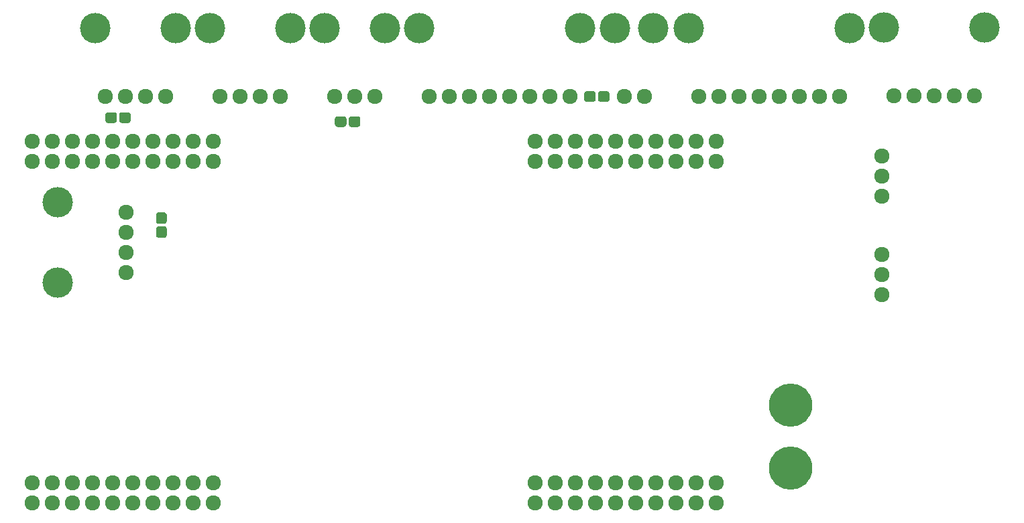
<source format=gbr>
G04 #@! TF.GenerationSoftware,KiCad,Pcbnew,(5.0.0)*
G04 #@! TF.CreationDate,2018-12-16T13:52:50-06:00*
G04 #@! TF.ProjectId,SRASensorBoard_Hardware,53524153656E736F72426F6172645F48,rev?*
G04 #@! TF.SameCoordinates,Original*
G04 #@! TF.FileFunction,Soldermask,Bot*
G04 #@! TF.FilePolarity,Negative*
%FSLAX46Y46*%
G04 Gerber Fmt 4.6, Leading zero omitted, Abs format (unit mm)*
G04 Created by KiCad (PCBNEW (5.0.0)) date 12/16/18 13:52:50*
%MOMM*%
%LPD*%
G01*
G04 APERTURE LIST*
%ADD10C,5.480000*%
%ADD11C,1.924000*%
%ADD12C,3.850000*%
%ADD13C,0.100000*%
%ADD14C,1.350000*%
%ADD15C,1.920000*%
G04 APERTURE END LIST*
D10*
G04 #@! TO.C,Conn1*
X183362600Y-97281000D03*
X183362600Y-105282000D03*
G04 #@! TD*
D11*
G04 #@! TO.C,Conn8*
X171704000Y-58293000D03*
X174244000Y-58293000D03*
X176784000Y-58293000D03*
X179324000Y-58293000D03*
X181864000Y-58293000D03*
D12*
X170434000Y-49657000D03*
X190754000Y-49657000D03*
D11*
X184404000Y-58293000D03*
X186944000Y-58293000D03*
X189484000Y-58293000D03*
G04 #@! TD*
G04 #@! TO.C,Conn7*
X155448000Y-58293000D03*
X152908000Y-58293000D03*
X150368000Y-58293000D03*
D12*
X156718000Y-49657000D03*
X136398000Y-49657000D03*
D11*
X147828000Y-58293000D03*
X145288000Y-58293000D03*
X142748000Y-58293000D03*
X140208000Y-58293000D03*
X137668000Y-58293000D03*
G04 #@! TD*
D13*
G04 #@! TO.C,R4*
G36*
X104256581Y-74700625D02*
X104289343Y-74705485D01*
X104321471Y-74713533D01*
X104352656Y-74724691D01*
X104382596Y-74738852D01*
X104411005Y-74755879D01*
X104437608Y-74775609D01*
X104462149Y-74797851D01*
X104484391Y-74822392D01*
X104504121Y-74848995D01*
X104521148Y-74877404D01*
X104535309Y-74907344D01*
X104546467Y-74938529D01*
X104554515Y-74970657D01*
X104559375Y-75003419D01*
X104561000Y-75036500D01*
X104561000Y-75811500D01*
X104559375Y-75844581D01*
X104554515Y-75877343D01*
X104546467Y-75909471D01*
X104535309Y-75940656D01*
X104521148Y-75970596D01*
X104504121Y-75999005D01*
X104484391Y-76025608D01*
X104462149Y-76050149D01*
X104437608Y-76072391D01*
X104411005Y-76092121D01*
X104382596Y-76109148D01*
X104352656Y-76123309D01*
X104321471Y-76134467D01*
X104289343Y-76142515D01*
X104256581Y-76147375D01*
X104223500Y-76149000D01*
X103548500Y-76149000D01*
X103515419Y-76147375D01*
X103482657Y-76142515D01*
X103450529Y-76134467D01*
X103419344Y-76123309D01*
X103389404Y-76109148D01*
X103360995Y-76092121D01*
X103334392Y-76072391D01*
X103309851Y-76050149D01*
X103287609Y-76025608D01*
X103267879Y-75999005D01*
X103250852Y-75970596D01*
X103236691Y-75940656D01*
X103225533Y-75909471D01*
X103217485Y-75877343D01*
X103212625Y-75844581D01*
X103211000Y-75811500D01*
X103211000Y-75036500D01*
X103212625Y-75003419D01*
X103217485Y-74970657D01*
X103225533Y-74938529D01*
X103236691Y-74907344D01*
X103250852Y-74877404D01*
X103267879Y-74848995D01*
X103287609Y-74822392D01*
X103309851Y-74797851D01*
X103334392Y-74775609D01*
X103360995Y-74755879D01*
X103389404Y-74738852D01*
X103419344Y-74724691D01*
X103450529Y-74713533D01*
X103482657Y-74705485D01*
X103515419Y-74700625D01*
X103548500Y-74699000D01*
X104223500Y-74699000D01*
X104256581Y-74700625D01*
X104256581Y-74700625D01*
G37*
D14*
X103886000Y-75424000D03*
D13*
G36*
X104256581Y-72950625D02*
X104289343Y-72955485D01*
X104321471Y-72963533D01*
X104352656Y-72974691D01*
X104382596Y-72988852D01*
X104411005Y-73005879D01*
X104437608Y-73025609D01*
X104462149Y-73047851D01*
X104484391Y-73072392D01*
X104504121Y-73098995D01*
X104521148Y-73127404D01*
X104535309Y-73157344D01*
X104546467Y-73188529D01*
X104554515Y-73220657D01*
X104559375Y-73253419D01*
X104561000Y-73286500D01*
X104561000Y-74061500D01*
X104559375Y-74094581D01*
X104554515Y-74127343D01*
X104546467Y-74159471D01*
X104535309Y-74190656D01*
X104521148Y-74220596D01*
X104504121Y-74249005D01*
X104484391Y-74275608D01*
X104462149Y-74300149D01*
X104437608Y-74322391D01*
X104411005Y-74342121D01*
X104382596Y-74359148D01*
X104352656Y-74373309D01*
X104321471Y-74384467D01*
X104289343Y-74392515D01*
X104256581Y-74397375D01*
X104223500Y-74399000D01*
X103548500Y-74399000D01*
X103515419Y-74397375D01*
X103482657Y-74392515D01*
X103450529Y-74384467D01*
X103419344Y-74373309D01*
X103389404Y-74359148D01*
X103360995Y-74342121D01*
X103334392Y-74322391D01*
X103309851Y-74300149D01*
X103287609Y-74275608D01*
X103267879Y-74249005D01*
X103250852Y-74220596D01*
X103236691Y-74190656D01*
X103225533Y-74159471D01*
X103217485Y-74127343D01*
X103212625Y-74094581D01*
X103211000Y-74061500D01*
X103211000Y-73286500D01*
X103212625Y-73253419D01*
X103217485Y-73220657D01*
X103225533Y-73188529D01*
X103236691Y-73157344D01*
X103250852Y-73127404D01*
X103267879Y-73098995D01*
X103287609Y-73072392D01*
X103309851Y-73047851D01*
X103334392Y-73025609D01*
X103360995Y-73005879D01*
X103389404Y-72988852D01*
X103419344Y-72974691D01*
X103450529Y-72963533D01*
X103482657Y-72955485D01*
X103515419Y-72950625D01*
X103548500Y-72949000D01*
X104223500Y-72949000D01*
X104256581Y-72950625D01*
X104256581Y-72950625D01*
G37*
D14*
X103886000Y-73674000D03*
G04 #@! TD*
D13*
G04 #@! TO.C,R2*
G36*
X99706581Y-60286625D02*
X99739343Y-60291485D01*
X99771471Y-60299533D01*
X99802656Y-60310691D01*
X99832596Y-60324852D01*
X99861005Y-60341879D01*
X99887608Y-60361609D01*
X99912149Y-60383851D01*
X99934391Y-60408392D01*
X99954121Y-60434995D01*
X99971148Y-60463404D01*
X99985309Y-60493344D01*
X99996467Y-60524529D01*
X100004515Y-60556657D01*
X100009375Y-60589419D01*
X100011000Y-60622500D01*
X100011000Y-61297500D01*
X100009375Y-61330581D01*
X100004515Y-61363343D01*
X99996467Y-61395471D01*
X99985309Y-61426656D01*
X99971148Y-61456596D01*
X99954121Y-61485005D01*
X99934391Y-61511608D01*
X99912149Y-61536149D01*
X99887608Y-61558391D01*
X99861005Y-61578121D01*
X99832596Y-61595148D01*
X99802656Y-61609309D01*
X99771471Y-61620467D01*
X99739343Y-61628515D01*
X99706581Y-61633375D01*
X99673500Y-61635000D01*
X98898500Y-61635000D01*
X98865419Y-61633375D01*
X98832657Y-61628515D01*
X98800529Y-61620467D01*
X98769344Y-61609309D01*
X98739404Y-61595148D01*
X98710995Y-61578121D01*
X98684392Y-61558391D01*
X98659851Y-61536149D01*
X98637609Y-61511608D01*
X98617879Y-61485005D01*
X98600852Y-61456596D01*
X98586691Y-61426656D01*
X98575533Y-61395471D01*
X98567485Y-61363343D01*
X98562625Y-61330581D01*
X98561000Y-61297500D01*
X98561000Y-60622500D01*
X98562625Y-60589419D01*
X98567485Y-60556657D01*
X98575533Y-60524529D01*
X98586691Y-60493344D01*
X98600852Y-60463404D01*
X98617879Y-60434995D01*
X98637609Y-60408392D01*
X98659851Y-60383851D01*
X98684392Y-60361609D01*
X98710995Y-60341879D01*
X98739404Y-60324852D01*
X98769344Y-60310691D01*
X98800529Y-60299533D01*
X98832657Y-60291485D01*
X98865419Y-60286625D01*
X98898500Y-60285000D01*
X99673500Y-60285000D01*
X99706581Y-60286625D01*
X99706581Y-60286625D01*
G37*
D14*
X99286000Y-60960000D03*
D13*
G36*
X97956581Y-60286625D02*
X97989343Y-60291485D01*
X98021471Y-60299533D01*
X98052656Y-60310691D01*
X98082596Y-60324852D01*
X98111005Y-60341879D01*
X98137608Y-60361609D01*
X98162149Y-60383851D01*
X98184391Y-60408392D01*
X98204121Y-60434995D01*
X98221148Y-60463404D01*
X98235309Y-60493344D01*
X98246467Y-60524529D01*
X98254515Y-60556657D01*
X98259375Y-60589419D01*
X98261000Y-60622500D01*
X98261000Y-61297500D01*
X98259375Y-61330581D01*
X98254515Y-61363343D01*
X98246467Y-61395471D01*
X98235309Y-61426656D01*
X98221148Y-61456596D01*
X98204121Y-61485005D01*
X98184391Y-61511608D01*
X98162149Y-61536149D01*
X98137608Y-61558391D01*
X98111005Y-61578121D01*
X98082596Y-61595148D01*
X98052656Y-61609309D01*
X98021471Y-61620467D01*
X97989343Y-61628515D01*
X97956581Y-61633375D01*
X97923500Y-61635000D01*
X97148500Y-61635000D01*
X97115419Y-61633375D01*
X97082657Y-61628515D01*
X97050529Y-61620467D01*
X97019344Y-61609309D01*
X96989404Y-61595148D01*
X96960995Y-61578121D01*
X96934392Y-61558391D01*
X96909851Y-61536149D01*
X96887609Y-61511608D01*
X96867879Y-61485005D01*
X96850852Y-61456596D01*
X96836691Y-61426656D01*
X96825533Y-61395471D01*
X96817485Y-61363343D01*
X96812625Y-61330581D01*
X96811000Y-61297500D01*
X96811000Y-60622500D01*
X96812625Y-60589419D01*
X96817485Y-60556657D01*
X96825533Y-60524529D01*
X96836691Y-60493344D01*
X96850852Y-60463404D01*
X96867879Y-60434995D01*
X96887609Y-60408392D01*
X96909851Y-60383851D01*
X96934392Y-60361609D01*
X96960995Y-60341879D01*
X96989404Y-60324852D01*
X97019344Y-60310691D01*
X97050529Y-60299533D01*
X97082657Y-60291485D01*
X97115419Y-60286625D01*
X97148500Y-60285000D01*
X97923500Y-60285000D01*
X97956581Y-60286625D01*
X97956581Y-60286625D01*
G37*
D14*
X97536000Y-60960000D03*
G04 #@! TD*
D11*
G04 #@! TO.C,Conn2*
X96774000Y-58293000D03*
X99314000Y-58293000D03*
X101854000Y-58293000D03*
X104394000Y-58293000D03*
D12*
X95504000Y-49657000D03*
X105664000Y-49657000D03*
G04 #@! TD*
D11*
G04 #@! TO.C,Conn3*
X125730000Y-58293000D03*
X128270000Y-58293000D03*
X130810000Y-58293000D03*
D12*
X124460000Y-49657000D03*
X132080000Y-49657000D03*
G04 #@! TD*
G04 #@! TO.C,Conn4*
X90805000Y-71628000D03*
X90805000Y-81788000D03*
D11*
X99441000Y-72898000D03*
X99441000Y-75438000D03*
X99441000Y-77978000D03*
X99441000Y-80518000D03*
G04 #@! TD*
G04 #@! TO.C,Conn5*
X196392800Y-58216800D03*
X198932800Y-58216800D03*
X201472800Y-58216800D03*
X204012800Y-58216800D03*
X206552800Y-58216800D03*
D12*
X195122800Y-49580800D03*
X207822800Y-49580800D03*
G04 #@! TD*
G04 #@! TO.C,Conn6*
X161161000Y-49653000D03*
D11*
X162306000Y-58293000D03*
X164846000Y-58293000D03*
D12*
X165989000Y-49657000D03*
G04 #@! TD*
D13*
G04 #@! TO.C,R3*
G36*
X126940581Y-60794625D02*
X126973343Y-60799485D01*
X127005471Y-60807533D01*
X127036656Y-60818691D01*
X127066596Y-60832852D01*
X127095005Y-60849879D01*
X127121608Y-60869609D01*
X127146149Y-60891851D01*
X127168391Y-60916392D01*
X127188121Y-60942995D01*
X127205148Y-60971404D01*
X127219309Y-61001344D01*
X127230467Y-61032529D01*
X127238515Y-61064657D01*
X127243375Y-61097419D01*
X127245000Y-61130500D01*
X127245000Y-61805500D01*
X127243375Y-61838581D01*
X127238515Y-61871343D01*
X127230467Y-61903471D01*
X127219309Y-61934656D01*
X127205148Y-61964596D01*
X127188121Y-61993005D01*
X127168391Y-62019608D01*
X127146149Y-62044149D01*
X127121608Y-62066391D01*
X127095005Y-62086121D01*
X127066596Y-62103148D01*
X127036656Y-62117309D01*
X127005471Y-62128467D01*
X126973343Y-62136515D01*
X126940581Y-62141375D01*
X126907500Y-62143000D01*
X126132500Y-62143000D01*
X126099419Y-62141375D01*
X126066657Y-62136515D01*
X126034529Y-62128467D01*
X126003344Y-62117309D01*
X125973404Y-62103148D01*
X125944995Y-62086121D01*
X125918392Y-62066391D01*
X125893851Y-62044149D01*
X125871609Y-62019608D01*
X125851879Y-61993005D01*
X125834852Y-61964596D01*
X125820691Y-61934656D01*
X125809533Y-61903471D01*
X125801485Y-61871343D01*
X125796625Y-61838581D01*
X125795000Y-61805500D01*
X125795000Y-61130500D01*
X125796625Y-61097419D01*
X125801485Y-61064657D01*
X125809533Y-61032529D01*
X125820691Y-61001344D01*
X125834852Y-60971404D01*
X125851879Y-60942995D01*
X125871609Y-60916392D01*
X125893851Y-60891851D01*
X125918392Y-60869609D01*
X125944995Y-60849879D01*
X125973404Y-60832852D01*
X126003344Y-60818691D01*
X126034529Y-60807533D01*
X126066657Y-60799485D01*
X126099419Y-60794625D01*
X126132500Y-60793000D01*
X126907500Y-60793000D01*
X126940581Y-60794625D01*
X126940581Y-60794625D01*
G37*
D14*
X126520000Y-61468000D03*
D13*
G36*
X128690581Y-60794625D02*
X128723343Y-60799485D01*
X128755471Y-60807533D01*
X128786656Y-60818691D01*
X128816596Y-60832852D01*
X128845005Y-60849879D01*
X128871608Y-60869609D01*
X128896149Y-60891851D01*
X128918391Y-60916392D01*
X128938121Y-60942995D01*
X128955148Y-60971404D01*
X128969309Y-61001344D01*
X128980467Y-61032529D01*
X128988515Y-61064657D01*
X128993375Y-61097419D01*
X128995000Y-61130500D01*
X128995000Y-61805500D01*
X128993375Y-61838581D01*
X128988515Y-61871343D01*
X128980467Y-61903471D01*
X128969309Y-61934656D01*
X128955148Y-61964596D01*
X128938121Y-61993005D01*
X128918391Y-62019608D01*
X128896149Y-62044149D01*
X128871608Y-62066391D01*
X128845005Y-62086121D01*
X128816596Y-62103148D01*
X128786656Y-62117309D01*
X128755471Y-62128467D01*
X128723343Y-62136515D01*
X128690581Y-62141375D01*
X128657500Y-62143000D01*
X127882500Y-62143000D01*
X127849419Y-62141375D01*
X127816657Y-62136515D01*
X127784529Y-62128467D01*
X127753344Y-62117309D01*
X127723404Y-62103148D01*
X127694995Y-62086121D01*
X127668392Y-62066391D01*
X127643851Y-62044149D01*
X127621609Y-62019608D01*
X127601879Y-61993005D01*
X127584852Y-61964596D01*
X127570691Y-61934656D01*
X127559533Y-61903471D01*
X127551485Y-61871343D01*
X127546625Y-61838581D01*
X127545000Y-61805500D01*
X127545000Y-61130500D01*
X127546625Y-61097419D01*
X127551485Y-61064657D01*
X127559533Y-61032529D01*
X127570691Y-61001344D01*
X127584852Y-60971404D01*
X127601879Y-60942995D01*
X127621609Y-60916392D01*
X127643851Y-60891851D01*
X127668392Y-60869609D01*
X127694995Y-60849879D01*
X127723404Y-60832852D01*
X127753344Y-60818691D01*
X127784529Y-60807533D01*
X127816657Y-60799485D01*
X127849419Y-60794625D01*
X127882500Y-60793000D01*
X128657500Y-60793000D01*
X128690581Y-60794625D01*
X128690581Y-60794625D01*
G37*
D14*
X128270000Y-61468000D03*
G04 #@! TD*
D15*
G04 #@! TO.C,U1*
X151049001Y-109685001D03*
X173909001Y-63965001D03*
X171369001Y-63965001D03*
X163749001Y-63965001D03*
X161209001Y-107145001D03*
X166289001Y-63965001D03*
X168829001Y-63965001D03*
X166289001Y-109685001D03*
X171369001Y-107145001D03*
X161209001Y-63965001D03*
X158669001Y-63965001D03*
X171369001Y-109685001D03*
X166289001Y-107145001D03*
X163749001Y-107145001D03*
X151049001Y-107145001D03*
X153589001Y-107145001D03*
X156129001Y-107145001D03*
X158669001Y-107145001D03*
X168829001Y-107145001D03*
X173909001Y-107145001D03*
X153589001Y-109685001D03*
X156129001Y-109685001D03*
X158669001Y-109685001D03*
X161209001Y-109685001D03*
X163749001Y-109685001D03*
X168829001Y-109685001D03*
X173909001Y-109685001D03*
X151049001Y-66505001D03*
X153589001Y-66505001D03*
X156129001Y-66505001D03*
X158669001Y-66505001D03*
X161209001Y-66505001D03*
X163749001Y-66505001D03*
X166289001Y-66505001D03*
X168829001Y-66505001D03*
X171369001Y-66505001D03*
X173909001Y-66505001D03*
X151049001Y-63965001D03*
X153589001Y-63965001D03*
X156129001Y-63965001D03*
X87549001Y-107145001D03*
X90089001Y-107145001D03*
X92629001Y-107145001D03*
X95169001Y-107145001D03*
X97709001Y-107145001D03*
X100249001Y-107145001D03*
X102789001Y-107145001D03*
X105329001Y-107145001D03*
X107869001Y-107145001D03*
X110409001Y-107145001D03*
X87549001Y-109685001D03*
X90089001Y-109685001D03*
X92629001Y-109685001D03*
X95169001Y-109685001D03*
X97709001Y-109685001D03*
X100249001Y-109685001D03*
X102789001Y-109685001D03*
X105329001Y-109685001D03*
X107869001Y-109685001D03*
X110409001Y-109685001D03*
X87549001Y-66505001D03*
X90089001Y-66505001D03*
X92629001Y-66505001D03*
X95169001Y-66505001D03*
X97709001Y-66505001D03*
X100249001Y-66505001D03*
X102789001Y-66505001D03*
X105329001Y-66505001D03*
X107869001Y-66505001D03*
X110409001Y-66505001D03*
X87549001Y-63965001D03*
X90089001Y-63965001D03*
X92629001Y-63965001D03*
X95169001Y-63965001D03*
X97709001Y-63965001D03*
X100249001Y-63965001D03*
X102789001Y-63965001D03*
X105329001Y-63965001D03*
X107869001Y-63965001D03*
X110409001Y-63965001D03*
G04 #@! TD*
D11*
G04 #@! TO.C,Conn9*
X111252000Y-58293000D03*
X113792000Y-58293000D03*
X116332000Y-58293000D03*
X118872000Y-58293000D03*
D12*
X109982000Y-49657000D03*
X120142000Y-49657000D03*
G04 #@! TD*
D13*
G04 #@! TO.C,R13*
G36*
X158408581Y-57619625D02*
X158441343Y-57624485D01*
X158473471Y-57632533D01*
X158504656Y-57643691D01*
X158534596Y-57657852D01*
X158563005Y-57674879D01*
X158589608Y-57694609D01*
X158614149Y-57716851D01*
X158636391Y-57741392D01*
X158656121Y-57767995D01*
X158673148Y-57796404D01*
X158687309Y-57826344D01*
X158698467Y-57857529D01*
X158706515Y-57889657D01*
X158711375Y-57922419D01*
X158713000Y-57955500D01*
X158713000Y-58630500D01*
X158711375Y-58663581D01*
X158706515Y-58696343D01*
X158698467Y-58728471D01*
X158687309Y-58759656D01*
X158673148Y-58789596D01*
X158656121Y-58818005D01*
X158636391Y-58844608D01*
X158614149Y-58869149D01*
X158589608Y-58891391D01*
X158563005Y-58911121D01*
X158534596Y-58928148D01*
X158504656Y-58942309D01*
X158473471Y-58953467D01*
X158441343Y-58961515D01*
X158408581Y-58966375D01*
X158375500Y-58968000D01*
X157600500Y-58968000D01*
X157567419Y-58966375D01*
X157534657Y-58961515D01*
X157502529Y-58953467D01*
X157471344Y-58942309D01*
X157441404Y-58928148D01*
X157412995Y-58911121D01*
X157386392Y-58891391D01*
X157361851Y-58869149D01*
X157339609Y-58844608D01*
X157319879Y-58818005D01*
X157302852Y-58789596D01*
X157288691Y-58759656D01*
X157277533Y-58728471D01*
X157269485Y-58696343D01*
X157264625Y-58663581D01*
X157263000Y-58630500D01*
X157263000Y-57955500D01*
X157264625Y-57922419D01*
X157269485Y-57889657D01*
X157277533Y-57857529D01*
X157288691Y-57826344D01*
X157302852Y-57796404D01*
X157319879Y-57767995D01*
X157339609Y-57741392D01*
X157361851Y-57716851D01*
X157386392Y-57694609D01*
X157412995Y-57674879D01*
X157441404Y-57657852D01*
X157471344Y-57643691D01*
X157502529Y-57632533D01*
X157534657Y-57624485D01*
X157567419Y-57619625D01*
X157600500Y-57618000D01*
X158375500Y-57618000D01*
X158408581Y-57619625D01*
X158408581Y-57619625D01*
G37*
D14*
X157988000Y-58293000D03*
D13*
G36*
X160158581Y-57619625D02*
X160191343Y-57624485D01*
X160223471Y-57632533D01*
X160254656Y-57643691D01*
X160284596Y-57657852D01*
X160313005Y-57674879D01*
X160339608Y-57694609D01*
X160364149Y-57716851D01*
X160386391Y-57741392D01*
X160406121Y-57767995D01*
X160423148Y-57796404D01*
X160437309Y-57826344D01*
X160448467Y-57857529D01*
X160456515Y-57889657D01*
X160461375Y-57922419D01*
X160463000Y-57955500D01*
X160463000Y-58630500D01*
X160461375Y-58663581D01*
X160456515Y-58696343D01*
X160448467Y-58728471D01*
X160437309Y-58759656D01*
X160423148Y-58789596D01*
X160406121Y-58818005D01*
X160386391Y-58844608D01*
X160364149Y-58869149D01*
X160339608Y-58891391D01*
X160313005Y-58911121D01*
X160284596Y-58928148D01*
X160254656Y-58942309D01*
X160223471Y-58953467D01*
X160191343Y-58961515D01*
X160158581Y-58966375D01*
X160125500Y-58968000D01*
X159350500Y-58968000D01*
X159317419Y-58966375D01*
X159284657Y-58961515D01*
X159252529Y-58953467D01*
X159221344Y-58942309D01*
X159191404Y-58928148D01*
X159162995Y-58911121D01*
X159136392Y-58891391D01*
X159111851Y-58869149D01*
X159089609Y-58844608D01*
X159069879Y-58818005D01*
X159052852Y-58789596D01*
X159038691Y-58759656D01*
X159027533Y-58728471D01*
X159019485Y-58696343D01*
X159014625Y-58663581D01*
X159013000Y-58630500D01*
X159013000Y-57955500D01*
X159014625Y-57922419D01*
X159019485Y-57889657D01*
X159027533Y-57857529D01*
X159038691Y-57826344D01*
X159052852Y-57796404D01*
X159069879Y-57767995D01*
X159089609Y-57741392D01*
X159111851Y-57716851D01*
X159136392Y-57694609D01*
X159162995Y-57674879D01*
X159191404Y-57657852D01*
X159221344Y-57643691D01*
X159252529Y-57632533D01*
X159284657Y-57624485D01*
X159317419Y-57619625D01*
X159350500Y-57618000D01*
X160125500Y-57618000D01*
X160158581Y-57619625D01*
X160158581Y-57619625D01*
G37*
D14*
X159738000Y-58293000D03*
G04 #@! TD*
D11*
G04 #@! TO.C,U3*
X194818000Y-70866000D03*
X194818000Y-68326000D03*
X194818000Y-65786000D03*
G04 #@! TD*
G04 #@! TO.C,U2*
X194818000Y-83312000D03*
X194818000Y-80772000D03*
X194818000Y-78232000D03*
G04 #@! TD*
M02*

</source>
